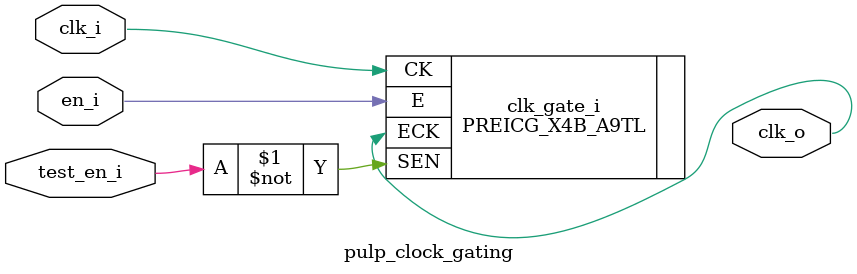
<source format=sv>
module pulp_clock_gating
(
    input  logic clk_i,
    input  logic en_i,
    input  logic test_en_i,
    output logic clk_o
);

    PREICG_X4B_A9TL clk_gate_i
    (
        .ECK(clk_o),
        .CK(clk_i),
        .E(en_i),
        .SEN(~test_en_i)
    );

endmodule

</source>
